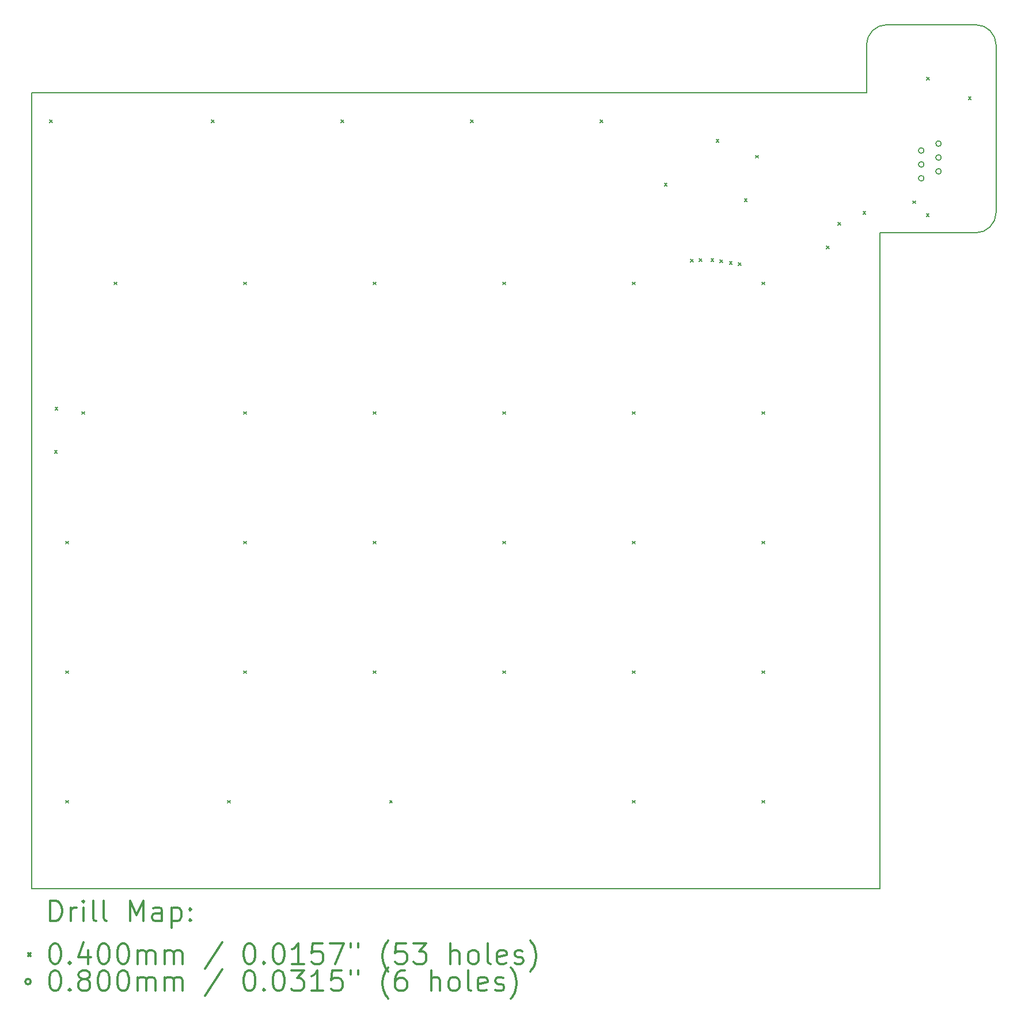
<source format=gbr>
%FSLAX45Y45*%
G04 Gerber Fmt 4.5, Leading zero omitted, Abs format (unit mm)*
G04 Created by KiCad (PCBNEW 5.1.12-1.fc34) date 2021-12-19 19:02:48*
%MOMM*%
%LPD*%
G01*
G04 APERTURE LIST*
%TA.AperFunction,Profile*%
%ADD10C,0.200000*%
%TD*%
%ADD11C,0.200000*%
%ADD12C,0.300000*%
G04 APERTURE END LIST*
D10*
X16993410Y-2435765D02*
X16993410Y-4195765D01*
X16693410Y-4495765D02*
X15288410Y-4495765D01*
X16993410Y-4195765D02*
G75*
G02*
X16693410Y-4495765I-300000J0D01*
G01*
X2810926Y-14137000D02*
X2810926Y-2435765D01*
X16693410Y-1435765D02*
G75*
G02*
X16993410Y-1735765I0J-300000D01*
G01*
X16993410Y-1735765D02*
X16993410Y-2435765D01*
X15288410Y-14137000D02*
X2810926Y-14137000D01*
X15088410Y-1735765D02*
X15088410Y-2435765D01*
X2810926Y-2435765D02*
X15088410Y-2435765D01*
X16693410Y-1435765D02*
X15388410Y-1435765D01*
X15088410Y-1735765D02*
G75*
G02*
X15388410Y-1435765I300000J0D01*
G01*
X15288410Y-4495765D02*
X15288410Y-14137000D01*
D11*
X3075625Y-2837500D02*
X3115625Y-2877500D01*
X3115625Y-2837500D02*
X3075625Y-2877500D01*
X3150000Y-7695000D02*
X3190000Y-7735000D01*
X3190000Y-7695000D02*
X3150000Y-7735000D01*
X3158000Y-7060000D02*
X3198000Y-7100000D01*
X3198000Y-7060000D02*
X3158000Y-7100000D01*
X3313750Y-9028750D02*
X3353750Y-9068750D01*
X3353750Y-9028750D02*
X3313750Y-9068750D01*
X3313750Y-10933750D02*
X3353750Y-10973750D01*
X3353750Y-10933750D02*
X3313750Y-10973750D01*
X3313750Y-12838750D02*
X3353750Y-12878750D01*
X3353750Y-12838750D02*
X3313750Y-12878750D01*
X3551875Y-7123750D02*
X3591875Y-7163750D01*
X3591875Y-7123750D02*
X3551875Y-7163750D01*
X4028125Y-5218750D02*
X4068125Y-5258750D01*
X4068125Y-5218750D02*
X4028125Y-5258750D01*
X5456875Y-2837500D02*
X5496875Y-2877500D01*
X5496875Y-2837500D02*
X5456875Y-2877500D01*
X5695000Y-12838750D02*
X5735000Y-12878750D01*
X5735000Y-12838750D02*
X5695000Y-12878750D01*
X5933125Y-5218750D02*
X5973125Y-5258750D01*
X5973125Y-5218750D02*
X5933125Y-5258750D01*
X5933125Y-7123750D02*
X5973125Y-7163750D01*
X5973125Y-7123750D02*
X5933125Y-7163750D01*
X5933125Y-9028750D02*
X5973125Y-9068750D01*
X5973125Y-9028750D02*
X5933125Y-9068750D01*
X5933125Y-10933750D02*
X5973125Y-10973750D01*
X5973125Y-10933750D02*
X5933125Y-10973750D01*
X7361875Y-2837500D02*
X7401875Y-2877500D01*
X7401875Y-2837500D02*
X7361875Y-2877500D01*
X7838125Y-5218750D02*
X7878125Y-5258750D01*
X7878125Y-5218750D02*
X7838125Y-5258750D01*
X7838125Y-7123750D02*
X7878125Y-7163750D01*
X7878125Y-7123750D02*
X7838125Y-7163750D01*
X7838125Y-9028750D02*
X7878125Y-9068750D01*
X7878125Y-9028750D02*
X7838125Y-9068750D01*
X7838125Y-10933750D02*
X7878125Y-10973750D01*
X7878125Y-10933750D02*
X7838125Y-10973750D01*
X8076250Y-12838750D02*
X8116250Y-12878750D01*
X8116250Y-12838750D02*
X8076250Y-12878750D01*
X9266875Y-2837500D02*
X9306875Y-2877500D01*
X9306875Y-2837500D02*
X9266875Y-2877500D01*
X9743125Y-5218750D02*
X9783125Y-5258750D01*
X9783125Y-5218750D02*
X9743125Y-5258750D01*
X9743125Y-7123750D02*
X9783125Y-7163750D01*
X9783125Y-7123750D02*
X9743125Y-7163750D01*
X9743125Y-9028750D02*
X9783125Y-9068750D01*
X9783125Y-9028750D02*
X9743125Y-9068750D01*
X9743125Y-10933750D02*
X9783125Y-10973750D01*
X9783125Y-10933750D02*
X9743125Y-10973750D01*
X11171875Y-2837500D02*
X11211875Y-2877500D01*
X11211875Y-2837500D02*
X11171875Y-2877500D01*
X11648125Y-5218750D02*
X11688125Y-5258750D01*
X11688125Y-5218750D02*
X11648125Y-5258750D01*
X11648125Y-7123750D02*
X11688125Y-7163750D01*
X11688125Y-7123750D02*
X11648125Y-7163750D01*
X11648125Y-9028750D02*
X11688125Y-9068750D01*
X11688125Y-9028750D02*
X11648125Y-9068750D01*
X11648125Y-10933750D02*
X11688125Y-10973750D01*
X11688125Y-10933750D02*
X11648125Y-10973750D01*
X11648125Y-12838750D02*
X11688125Y-12878750D01*
X11688125Y-12838750D02*
X11648125Y-12878750D01*
X12116000Y-3765000D02*
X12156000Y-3805000D01*
X12156000Y-3765000D02*
X12116000Y-3805000D01*
X12501000Y-4883000D02*
X12541000Y-4923000D01*
X12541000Y-4883000D02*
X12501000Y-4923000D01*
X12631000Y-4873000D02*
X12671000Y-4913000D01*
X12671000Y-4873000D02*
X12631000Y-4913000D01*
X12801853Y-4874147D02*
X12841853Y-4914147D01*
X12841853Y-4874147D02*
X12801853Y-4914147D01*
X12879000Y-3123000D02*
X12919000Y-3163000D01*
X12919000Y-3123000D02*
X12879000Y-3163000D01*
X12935421Y-4894579D02*
X12975421Y-4934579D01*
X12975421Y-4894579D02*
X12935421Y-4934579D01*
X13073000Y-4918000D02*
X13113000Y-4958000D01*
X13113000Y-4918000D02*
X13073000Y-4958000D01*
X13206000Y-4932000D02*
X13246000Y-4972000D01*
X13246000Y-4932000D02*
X13206000Y-4972000D01*
X13293000Y-3995000D02*
X13333000Y-4035000D01*
X13333000Y-3995000D02*
X13293000Y-4035000D01*
X13459000Y-3356000D02*
X13499000Y-3396000D01*
X13499000Y-3356000D02*
X13459000Y-3396000D01*
X13553125Y-5218750D02*
X13593125Y-5258750D01*
X13593125Y-5218750D02*
X13553125Y-5258750D01*
X13553125Y-7123750D02*
X13593125Y-7163750D01*
X13593125Y-7123750D02*
X13553125Y-7163750D01*
X13553125Y-9028750D02*
X13593125Y-9068750D01*
X13593125Y-9028750D02*
X13553125Y-9068750D01*
X13553125Y-10933750D02*
X13593125Y-10973750D01*
X13593125Y-10933750D02*
X13553125Y-10973750D01*
X13553125Y-12838750D02*
X13593125Y-12878750D01*
X13593125Y-12838750D02*
X13553125Y-12878750D01*
X14501000Y-4690000D02*
X14541000Y-4730000D01*
X14541000Y-4690000D02*
X14501000Y-4730000D01*
X14666000Y-4342000D02*
X14706000Y-4382000D01*
X14706000Y-4342000D02*
X14666000Y-4382000D01*
X15037000Y-4180000D02*
X15077000Y-4220000D01*
X15077000Y-4180000D02*
X15037000Y-4220000D01*
X15766497Y-4025503D02*
X15806497Y-4065503D01*
X15806497Y-4025503D02*
X15766497Y-4065503D01*
X15969000Y-4216000D02*
X16009000Y-4256000D01*
X16009000Y-4216000D02*
X15969000Y-4256000D01*
X15972000Y-2208000D02*
X16012000Y-2248000D01*
X16012000Y-2208000D02*
X15972000Y-2248000D01*
X16586000Y-2498000D02*
X16626000Y-2538000D01*
X16626000Y-2498000D02*
X16586000Y-2538000D01*
X15933000Y-3286000D02*
G75*
G03*
X15933000Y-3286000I-40000J0D01*
G01*
X15933000Y-3490000D02*
G75*
G03*
X15933000Y-3490000I-40000J0D01*
G01*
X15933000Y-3694000D02*
G75*
G03*
X15933000Y-3694000I-40000J0D01*
G01*
X16187000Y-3184000D02*
G75*
G03*
X16187000Y-3184000I-40000J0D01*
G01*
X16187000Y-3388000D02*
G75*
G03*
X16187000Y-3388000I-40000J0D01*
G01*
X16187000Y-3592000D02*
G75*
G03*
X16187000Y-3592000I-40000J0D01*
G01*
D12*
X3087354Y-14612714D02*
X3087354Y-14312714D01*
X3158783Y-14312714D01*
X3201640Y-14327000D01*
X3230212Y-14355571D01*
X3244497Y-14384143D01*
X3258783Y-14441286D01*
X3258783Y-14484143D01*
X3244497Y-14541286D01*
X3230212Y-14569857D01*
X3201640Y-14598429D01*
X3158783Y-14612714D01*
X3087354Y-14612714D01*
X3387354Y-14612714D02*
X3387354Y-14412714D01*
X3387354Y-14469857D02*
X3401640Y-14441286D01*
X3415926Y-14427000D01*
X3444497Y-14412714D01*
X3473069Y-14412714D01*
X3573069Y-14612714D02*
X3573069Y-14412714D01*
X3573069Y-14312714D02*
X3558783Y-14327000D01*
X3573069Y-14341286D01*
X3587354Y-14327000D01*
X3573069Y-14312714D01*
X3573069Y-14341286D01*
X3758783Y-14612714D02*
X3730212Y-14598429D01*
X3715926Y-14569857D01*
X3715926Y-14312714D01*
X3915926Y-14612714D02*
X3887354Y-14598429D01*
X3873069Y-14569857D01*
X3873069Y-14312714D01*
X4258783Y-14612714D02*
X4258783Y-14312714D01*
X4358783Y-14527000D01*
X4458783Y-14312714D01*
X4458783Y-14612714D01*
X4730212Y-14612714D02*
X4730212Y-14455571D01*
X4715926Y-14427000D01*
X4687354Y-14412714D01*
X4630212Y-14412714D01*
X4601640Y-14427000D01*
X4730212Y-14598429D02*
X4701640Y-14612714D01*
X4630212Y-14612714D01*
X4601640Y-14598429D01*
X4587354Y-14569857D01*
X4587354Y-14541286D01*
X4601640Y-14512714D01*
X4630212Y-14498429D01*
X4701640Y-14498429D01*
X4730212Y-14484143D01*
X4873069Y-14412714D02*
X4873069Y-14712714D01*
X4873069Y-14427000D02*
X4901640Y-14412714D01*
X4958783Y-14412714D01*
X4987354Y-14427000D01*
X5001640Y-14441286D01*
X5015926Y-14469857D01*
X5015926Y-14555571D01*
X5001640Y-14584143D01*
X4987354Y-14598429D01*
X4958783Y-14612714D01*
X4901640Y-14612714D01*
X4873069Y-14598429D01*
X5144497Y-14584143D02*
X5158783Y-14598429D01*
X5144497Y-14612714D01*
X5130212Y-14598429D01*
X5144497Y-14584143D01*
X5144497Y-14612714D01*
X5144497Y-14427000D02*
X5158783Y-14441286D01*
X5144497Y-14455571D01*
X5130212Y-14441286D01*
X5144497Y-14427000D01*
X5144497Y-14455571D01*
X2760926Y-15087000D02*
X2800926Y-15127000D01*
X2800926Y-15087000D02*
X2760926Y-15127000D01*
X3144497Y-14942714D02*
X3173069Y-14942714D01*
X3201640Y-14957000D01*
X3215926Y-14971286D01*
X3230212Y-14999857D01*
X3244497Y-15057000D01*
X3244497Y-15128429D01*
X3230212Y-15185571D01*
X3215926Y-15214143D01*
X3201640Y-15228429D01*
X3173069Y-15242714D01*
X3144497Y-15242714D01*
X3115926Y-15228429D01*
X3101640Y-15214143D01*
X3087354Y-15185571D01*
X3073069Y-15128429D01*
X3073069Y-15057000D01*
X3087354Y-14999857D01*
X3101640Y-14971286D01*
X3115926Y-14957000D01*
X3144497Y-14942714D01*
X3373069Y-15214143D02*
X3387354Y-15228429D01*
X3373069Y-15242714D01*
X3358783Y-15228429D01*
X3373069Y-15214143D01*
X3373069Y-15242714D01*
X3644497Y-15042714D02*
X3644497Y-15242714D01*
X3573069Y-14928429D02*
X3501640Y-15142714D01*
X3687354Y-15142714D01*
X3858783Y-14942714D02*
X3887354Y-14942714D01*
X3915926Y-14957000D01*
X3930212Y-14971286D01*
X3944497Y-14999857D01*
X3958783Y-15057000D01*
X3958783Y-15128429D01*
X3944497Y-15185571D01*
X3930212Y-15214143D01*
X3915926Y-15228429D01*
X3887354Y-15242714D01*
X3858783Y-15242714D01*
X3830212Y-15228429D01*
X3815926Y-15214143D01*
X3801640Y-15185571D01*
X3787354Y-15128429D01*
X3787354Y-15057000D01*
X3801640Y-14999857D01*
X3815926Y-14971286D01*
X3830212Y-14957000D01*
X3858783Y-14942714D01*
X4144497Y-14942714D02*
X4173069Y-14942714D01*
X4201640Y-14957000D01*
X4215926Y-14971286D01*
X4230212Y-14999857D01*
X4244497Y-15057000D01*
X4244497Y-15128429D01*
X4230212Y-15185571D01*
X4215926Y-15214143D01*
X4201640Y-15228429D01*
X4173069Y-15242714D01*
X4144497Y-15242714D01*
X4115926Y-15228429D01*
X4101640Y-15214143D01*
X4087354Y-15185571D01*
X4073069Y-15128429D01*
X4073069Y-15057000D01*
X4087354Y-14999857D01*
X4101640Y-14971286D01*
X4115926Y-14957000D01*
X4144497Y-14942714D01*
X4373069Y-15242714D02*
X4373069Y-15042714D01*
X4373069Y-15071286D02*
X4387354Y-15057000D01*
X4415926Y-15042714D01*
X4458783Y-15042714D01*
X4487354Y-15057000D01*
X4501640Y-15085571D01*
X4501640Y-15242714D01*
X4501640Y-15085571D02*
X4515926Y-15057000D01*
X4544497Y-15042714D01*
X4587354Y-15042714D01*
X4615926Y-15057000D01*
X4630212Y-15085571D01*
X4630212Y-15242714D01*
X4773069Y-15242714D02*
X4773069Y-15042714D01*
X4773069Y-15071286D02*
X4787354Y-15057000D01*
X4815926Y-15042714D01*
X4858783Y-15042714D01*
X4887354Y-15057000D01*
X4901640Y-15085571D01*
X4901640Y-15242714D01*
X4901640Y-15085571D02*
X4915926Y-15057000D01*
X4944497Y-15042714D01*
X4987354Y-15042714D01*
X5015926Y-15057000D01*
X5030212Y-15085571D01*
X5030212Y-15242714D01*
X5615926Y-14928429D02*
X5358783Y-15314143D01*
X6001640Y-14942714D02*
X6030212Y-14942714D01*
X6058783Y-14957000D01*
X6073069Y-14971286D01*
X6087354Y-14999857D01*
X6101640Y-15057000D01*
X6101640Y-15128429D01*
X6087354Y-15185571D01*
X6073069Y-15214143D01*
X6058783Y-15228429D01*
X6030212Y-15242714D01*
X6001640Y-15242714D01*
X5973069Y-15228429D01*
X5958783Y-15214143D01*
X5944497Y-15185571D01*
X5930212Y-15128429D01*
X5930212Y-15057000D01*
X5944497Y-14999857D01*
X5958783Y-14971286D01*
X5973069Y-14957000D01*
X6001640Y-14942714D01*
X6230212Y-15214143D02*
X6244497Y-15228429D01*
X6230212Y-15242714D01*
X6215926Y-15228429D01*
X6230212Y-15214143D01*
X6230212Y-15242714D01*
X6430212Y-14942714D02*
X6458783Y-14942714D01*
X6487354Y-14957000D01*
X6501640Y-14971286D01*
X6515926Y-14999857D01*
X6530212Y-15057000D01*
X6530212Y-15128429D01*
X6515926Y-15185571D01*
X6501640Y-15214143D01*
X6487354Y-15228429D01*
X6458783Y-15242714D01*
X6430212Y-15242714D01*
X6401640Y-15228429D01*
X6387354Y-15214143D01*
X6373069Y-15185571D01*
X6358783Y-15128429D01*
X6358783Y-15057000D01*
X6373069Y-14999857D01*
X6387354Y-14971286D01*
X6401640Y-14957000D01*
X6430212Y-14942714D01*
X6815926Y-15242714D02*
X6644497Y-15242714D01*
X6730212Y-15242714D02*
X6730212Y-14942714D01*
X6701640Y-14985571D01*
X6673069Y-15014143D01*
X6644497Y-15028429D01*
X7087354Y-14942714D02*
X6944497Y-14942714D01*
X6930212Y-15085571D01*
X6944497Y-15071286D01*
X6973069Y-15057000D01*
X7044497Y-15057000D01*
X7073069Y-15071286D01*
X7087354Y-15085571D01*
X7101640Y-15114143D01*
X7101640Y-15185571D01*
X7087354Y-15214143D01*
X7073069Y-15228429D01*
X7044497Y-15242714D01*
X6973069Y-15242714D01*
X6944497Y-15228429D01*
X6930212Y-15214143D01*
X7201640Y-14942714D02*
X7401640Y-14942714D01*
X7273069Y-15242714D01*
X7501640Y-14942714D02*
X7501640Y-14999857D01*
X7615926Y-14942714D02*
X7615926Y-14999857D01*
X8058783Y-15357000D02*
X8044497Y-15342714D01*
X8015926Y-15299857D01*
X8001640Y-15271286D01*
X7987354Y-15228429D01*
X7973069Y-15157000D01*
X7973069Y-15099857D01*
X7987354Y-15028429D01*
X8001640Y-14985571D01*
X8015926Y-14957000D01*
X8044497Y-14914143D01*
X8058783Y-14899857D01*
X8315926Y-14942714D02*
X8173069Y-14942714D01*
X8158783Y-15085571D01*
X8173069Y-15071286D01*
X8201640Y-15057000D01*
X8273069Y-15057000D01*
X8301640Y-15071286D01*
X8315926Y-15085571D01*
X8330212Y-15114143D01*
X8330212Y-15185571D01*
X8315926Y-15214143D01*
X8301640Y-15228429D01*
X8273069Y-15242714D01*
X8201640Y-15242714D01*
X8173069Y-15228429D01*
X8158783Y-15214143D01*
X8430212Y-14942714D02*
X8615926Y-14942714D01*
X8515926Y-15057000D01*
X8558783Y-15057000D01*
X8587354Y-15071286D01*
X8601640Y-15085571D01*
X8615926Y-15114143D01*
X8615926Y-15185571D01*
X8601640Y-15214143D01*
X8587354Y-15228429D01*
X8558783Y-15242714D01*
X8473069Y-15242714D01*
X8444497Y-15228429D01*
X8430212Y-15214143D01*
X8973069Y-15242714D02*
X8973069Y-14942714D01*
X9101640Y-15242714D02*
X9101640Y-15085571D01*
X9087354Y-15057000D01*
X9058783Y-15042714D01*
X9015926Y-15042714D01*
X8987354Y-15057000D01*
X8973069Y-15071286D01*
X9287354Y-15242714D02*
X9258783Y-15228429D01*
X9244497Y-15214143D01*
X9230212Y-15185571D01*
X9230212Y-15099857D01*
X9244497Y-15071286D01*
X9258783Y-15057000D01*
X9287354Y-15042714D01*
X9330212Y-15042714D01*
X9358783Y-15057000D01*
X9373069Y-15071286D01*
X9387354Y-15099857D01*
X9387354Y-15185571D01*
X9373069Y-15214143D01*
X9358783Y-15228429D01*
X9330212Y-15242714D01*
X9287354Y-15242714D01*
X9558783Y-15242714D02*
X9530212Y-15228429D01*
X9515926Y-15199857D01*
X9515926Y-14942714D01*
X9787354Y-15228429D02*
X9758783Y-15242714D01*
X9701640Y-15242714D01*
X9673069Y-15228429D01*
X9658783Y-15199857D01*
X9658783Y-15085571D01*
X9673069Y-15057000D01*
X9701640Y-15042714D01*
X9758783Y-15042714D01*
X9787354Y-15057000D01*
X9801640Y-15085571D01*
X9801640Y-15114143D01*
X9658783Y-15142714D01*
X9915926Y-15228429D02*
X9944497Y-15242714D01*
X10001640Y-15242714D01*
X10030212Y-15228429D01*
X10044497Y-15199857D01*
X10044497Y-15185571D01*
X10030212Y-15157000D01*
X10001640Y-15142714D01*
X9958783Y-15142714D01*
X9930212Y-15128429D01*
X9915926Y-15099857D01*
X9915926Y-15085571D01*
X9930212Y-15057000D01*
X9958783Y-15042714D01*
X10001640Y-15042714D01*
X10030212Y-15057000D01*
X10144497Y-15357000D02*
X10158783Y-15342714D01*
X10187354Y-15299857D01*
X10201640Y-15271286D01*
X10215926Y-15228429D01*
X10230212Y-15157000D01*
X10230212Y-15099857D01*
X10215926Y-15028429D01*
X10201640Y-14985571D01*
X10187354Y-14957000D01*
X10158783Y-14914143D01*
X10144497Y-14899857D01*
X2800926Y-15503000D02*
G75*
G03*
X2800926Y-15503000I-40000J0D01*
G01*
X3144497Y-15338714D02*
X3173069Y-15338714D01*
X3201640Y-15353000D01*
X3215926Y-15367286D01*
X3230212Y-15395857D01*
X3244497Y-15453000D01*
X3244497Y-15524429D01*
X3230212Y-15581571D01*
X3215926Y-15610143D01*
X3201640Y-15624429D01*
X3173069Y-15638714D01*
X3144497Y-15638714D01*
X3115926Y-15624429D01*
X3101640Y-15610143D01*
X3087354Y-15581571D01*
X3073069Y-15524429D01*
X3073069Y-15453000D01*
X3087354Y-15395857D01*
X3101640Y-15367286D01*
X3115926Y-15353000D01*
X3144497Y-15338714D01*
X3373069Y-15610143D02*
X3387354Y-15624429D01*
X3373069Y-15638714D01*
X3358783Y-15624429D01*
X3373069Y-15610143D01*
X3373069Y-15638714D01*
X3558783Y-15467286D02*
X3530212Y-15453000D01*
X3515926Y-15438714D01*
X3501640Y-15410143D01*
X3501640Y-15395857D01*
X3515926Y-15367286D01*
X3530212Y-15353000D01*
X3558783Y-15338714D01*
X3615926Y-15338714D01*
X3644497Y-15353000D01*
X3658783Y-15367286D01*
X3673069Y-15395857D01*
X3673069Y-15410143D01*
X3658783Y-15438714D01*
X3644497Y-15453000D01*
X3615926Y-15467286D01*
X3558783Y-15467286D01*
X3530212Y-15481571D01*
X3515926Y-15495857D01*
X3501640Y-15524429D01*
X3501640Y-15581571D01*
X3515926Y-15610143D01*
X3530212Y-15624429D01*
X3558783Y-15638714D01*
X3615926Y-15638714D01*
X3644497Y-15624429D01*
X3658783Y-15610143D01*
X3673069Y-15581571D01*
X3673069Y-15524429D01*
X3658783Y-15495857D01*
X3644497Y-15481571D01*
X3615926Y-15467286D01*
X3858783Y-15338714D02*
X3887354Y-15338714D01*
X3915926Y-15353000D01*
X3930212Y-15367286D01*
X3944497Y-15395857D01*
X3958783Y-15453000D01*
X3958783Y-15524429D01*
X3944497Y-15581571D01*
X3930212Y-15610143D01*
X3915926Y-15624429D01*
X3887354Y-15638714D01*
X3858783Y-15638714D01*
X3830212Y-15624429D01*
X3815926Y-15610143D01*
X3801640Y-15581571D01*
X3787354Y-15524429D01*
X3787354Y-15453000D01*
X3801640Y-15395857D01*
X3815926Y-15367286D01*
X3830212Y-15353000D01*
X3858783Y-15338714D01*
X4144497Y-15338714D02*
X4173069Y-15338714D01*
X4201640Y-15353000D01*
X4215926Y-15367286D01*
X4230212Y-15395857D01*
X4244497Y-15453000D01*
X4244497Y-15524429D01*
X4230212Y-15581571D01*
X4215926Y-15610143D01*
X4201640Y-15624429D01*
X4173069Y-15638714D01*
X4144497Y-15638714D01*
X4115926Y-15624429D01*
X4101640Y-15610143D01*
X4087354Y-15581571D01*
X4073069Y-15524429D01*
X4073069Y-15453000D01*
X4087354Y-15395857D01*
X4101640Y-15367286D01*
X4115926Y-15353000D01*
X4144497Y-15338714D01*
X4373069Y-15638714D02*
X4373069Y-15438714D01*
X4373069Y-15467286D02*
X4387354Y-15453000D01*
X4415926Y-15438714D01*
X4458783Y-15438714D01*
X4487354Y-15453000D01*
X4501640Y-15481571D01*
X4501640Y-15638714D01*
X4501640Y-15481571D02*
X4515926Y-15453000D01*
X4544497Y-15438714D01*
X4587354Y-15438714D01*
X4615926Y-15453000D01*
X4630212Y-15481571D01*
X4630212Y-15638714D01*
X4773069Y-15638714D02*
X4773069Y-15438714D01*
X4773069Y-15467286D02*
X4787354Y-15453000D01*
X4815926Y-15438714D01*
X4858783Y-15438714D01*
X4887354Y-15453000D01*
X4901640Y-15481571D01*
X4901640Y-15638714D01*
X4901640Y-15481571D02*
X4915926Y-15453000D01*
X4944497Y-15438714D01*
X4987354Y-15438714D01*
X5015926Y-15453000D01*
X5030212Y-15481571D01*
X5030212Y-15638714D01*
X5615926Y-15324429D02*
X5358783Y-15710143D01*
X6001640Y-15338714D02*
X6030212Y-15338714D01*
X6058783Y-15353000D01*
X6073069Y-15367286D01*
X6087354Y-15395857D01*
X6101640Y-15453000D01*
X6101640Y-15524429D01*
X6087354Y-15581571D01*
X6073069Y-15610143D01*
X6058783Y-15624429D01*
X6030212Y-15638714D01*
X6001640Y-15638714D01*
X5973069Y-15624429D01*
X5958783Y-15610143D01*
X5944497Y-15581571D01*
X5930212Y-15524429D01*
X5930212Y-15453000D01*
X5944497Y-15395857D01*
X5958783Y-15367286D01*
X5973069Y-15353000D01*
X6001640Y-15338714D01*
X6230212Y-15610143D02*
X6244497Y-15624429D01*
X6230212Y-15638714D01*
X6215926Y-15624429D01*
X6230212Y-15610143D01*
X6230212Y-15638714D01*
X6430212Y-15338714D02*
X6458783Y-15338714D01*
X6487354Y-15353000D01*
X6501640Y-15367286D01*
X6515926Y-15395857D01*
X6530212Y-15453000D01*
X6530212Y-15524429D01*
X6515926Y-15581571D01*
X6501640Y-15610143D01*
X6487354Y-15624429D01*
X6458783Y-15638714D01*
X6430212Y-15638714D01*
X6401640Y-15624429D01*
X6387354Y-15610143D01*
X6373069Y-15581571D01*
X6358783Y-15524429D01*
X6358783Y-15453000D01*
X6373069Y-15395857D01*
X6387354Y-15367286D01*
X6401640Y-15353000D01*
X6430212Y-15338714D01*
X6630212Y-15338714D02*
X6815926Y-15338714D01*
X6715926Y-15453000D01*
X6758783Y-15453000D01*
X6787354Y-15467286D01*
X6801640Y-15481571D01*
X6815926Y-15510143D01*
X6815926Y-15581571D01*
X6801640Y-15610143D01*
X6787354Y-15624429D01*
X6758783Y-15638714D01*
X6673069Y-15638714D01*
X6644497Y-15624429D01*
X6630212Y-15610143D01*
X7101640Y-15638714D02*
X6930212Y-15638714D01*
X7015926Y-15638714D02*
X7015926Y-15338714D01*
X6987354Y-15381571D01*
X6958783Y-15410143D01*
X6930212Y-15424429D01*
X7373069Y-15338714D02*
X7230212Y-15338714D01*
X7215926Y-15481571D01*
X7230212Y-15467286D01*
X7258783Y-15453000D01*
X7330212Y-15453000D01*
X7358783Y-15467286D01*
X7373069Y-15481571D01*
X7387354Y-15510143D01*
X7387354Y-15581571D01*
X7373069Y-15610143D01*
X7358783Y-15624429D01*
X7330212Y-15638714D01*
X7258783Y-15638714D01*
X7230212Y-15624429D01*
X7215926Y-15610143D01*
X7501640Y-15338714D02*
X7501640Y-15395857D01*
X7615926Y-15338714D02*
X7615926Y-15395857D01*
X8058783Y-15753000D02*
X8044497Y-15738714D01*
X8015926Y-15695857D01*
X8001640Y-15667286D01*
X7987354Y-15624429D01*
X7973069Y-15553000D01*
X7973069Y-15495857D01*
X7987354Y-15424429D01*
X8001640Y-15381571D01*
X8015926Y-15353000D01*
X8044497Y-15310143D01*
X8058783Y-15295857D01*
X8301640Y-15338714D02*
X8244497Y-15338714D01*
X8215926Y-15353000D01*
X8201640Y-15367286D01*
X8173069Y-15410143D01*
X8158783Y-15467286D01*
X8158783Y-15581571D01*
X8173069Y-15610143D01*
X8187354Y-15624429D01*
X8215926Y-15638714D01*
X8273069Y-15638714D01*
X8301640Y-15624429D01*
X8315926Y-15610143D01*
X8330212Y-15581571D01*
X8330212Y-15510143D01*
X8315926Y-15481571D01*
X8301640Y-15467286D01*
X8273069Y-15453000D01*
X8215926Y-15453000D01*
X8187354Y-15467286D01*
X8173069Y-15481571D01*
X8158783Y-15510143D01*
X8687354Y-15638714D02*
X8687354Y-15338714D01*
X8815926Y-15638714D02*
X8815926Y-15481571D01*
X8801640Y-15453000D01*
X8773069Y-15438714D01*
X8730212Y-15438714D01*
X8701640Y-15453000D01*
X8687354Y-15467286D01*
X9001640Y-15638714D02*
X8973069Y-15624429D01*
X8958783Y-15610143D01*
X8944497Y-15581571D01*
X8944497Y-15495857D01*
X8958783Y-15467286D01*
X8973069Y-15453000D01*
X9001640Y-15438714D01*
X9044497Y-15438714D01*
X9073069Y-15453000D01*
X9087354Y-15467286D01*
X9101640Y-15495857D01*
X9101640Y-15581571D01*
X9087354Y-15610143D01*
X9073069Y-15624429D01*
X9044497Y-15638714D01*
X9001640Y-15638714D01*
X9273069Y-15638714D02*
X9244497Y-15624429D01*
X9230212Y-15595857D01*
X9230212Y-15338714D01*
X9501640Y-15624429D02*
X9473069Y-15638714D01*
X9415926Y-15638714D01*
X9387354Y-15624429D01*
X9373069Y-15595857D01*
X9373069Y-15481571D01*
X9387354Y-15453000D01*
X9415926Y-15438714D01*
X9473069Y-15438714D01*
X9501640Y-15453000D01*
X9515926Y-15481571D01*
X9515926Y-15510143D01*
X9373069Y-15538714D01*
X9630212Y-15624429D02*
X9658783Y-15638714D01*
X9715926Y-15638714D01*
X9744497Y-15624429D01*
X9758783Y-15595857D01*
X9758783Y-15581571D01*
X9744497Y-15553000D01*
X9715926Y-15538714D01*
X9673069Y-15538714D01*
X9644497Y-15524429D01*
X9630212Y-15495857D01*
X9630212Y-15481571D01*
X9644497Y-15453000D01*
X9673069Y-15438714D01*
X9715926Y-15438714D01*
X9744497Y-15453000D01*
X9858783Y-15753000D02*
X9873069Y-15738714D01*
X9901640Y-15695857D01*
X9915926Y-15667286D01*
X9930212Y-15624429D01*
X9944497Y-15553000D01*
X9944497Y-15495857D01*
X9930212Y-15424429D01*
X9915926Y-15381571D01*
X9901640Y-15353000D01*
X9873069Y-15310143D01*
X9858783Y-15295857D01*
M02*

</source>
